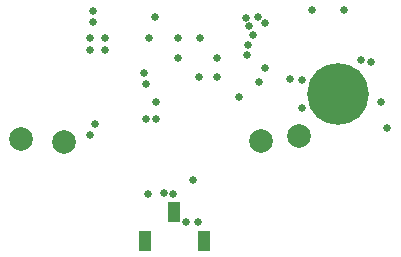
<source format=gbr>
G04 EAGLE Gerber RS-274X export*
G75*
%MOMM*%
%FSLAX34Y34*%
%LPD*%
%INSoldermask Bottom*%
%IPPOS*%
%AMOC8*
5,1,8,0,0,1.08239X$1,22.5*%
G01*
%ADD10C,5.226800*%
%ADD11C,2.006600*%
%ADD12R,1.127000X1.727000*%
%ADD13C,0.680200*%


D10*
X-83820Y209804D03*
D11*
X-116840Y174244D03*
X-149352Y169926D03*
X-352044Y171704D03*
X-315976Y168656D03*
D12*
X-222504Y109282D03*
X-197504Y85282D03*
X-247504Y85282D03*
D13*
X-202946Y101092D03*
X-219710Y256540D03*
X-219710Y240030D03*
X-200660Y256540D03*
X-186690Y240030D03*
X-186690Y223520D03*
X-201930Y223520D03*
X-42164Y180594D03*
X-56388Y236474D03*
X-78740Y280416D03*
X-244602Y124968D03*
X-294132Y174498D03*
X-152146Y274320D03*
X-155702Y259080D03*
X-291846Y279908D03*
X-293624Y256540D03*
X-246888Y188468D03*
X-114808Y221234D03*
X-281178Y256540D03*
X-281432Y246634D03*
X-293624Y246634D03*
X-291846Y270510D03*
X-289814Y184150D03*
X-243911Y256974D03*
X-246380Y217662D03*
X-162194Y274010D03*
X-238760Y274237D03*
X-146050Y231648D03*
X-124714Y222250D03*
X-64312Y238401D03*
X-206610Y136544D03*
X-47733Y202438D03*
X-212344Y100838D03*
X-114180Y197986D03*
X-248147Y227009D03*
X-106426Y280531D03*
X-167640Y207010D03*
X-145908Y269860D03*
X-238066Y202506D03*
X-237998Y188468D03*
X-150622Y219456D03*
X-223852Y124890D03*
X-160422Y250698D03*
X-159766Y266700D03*
X-231648Y125222D03*
X-160620Y242824D03*
M02*

</source>
